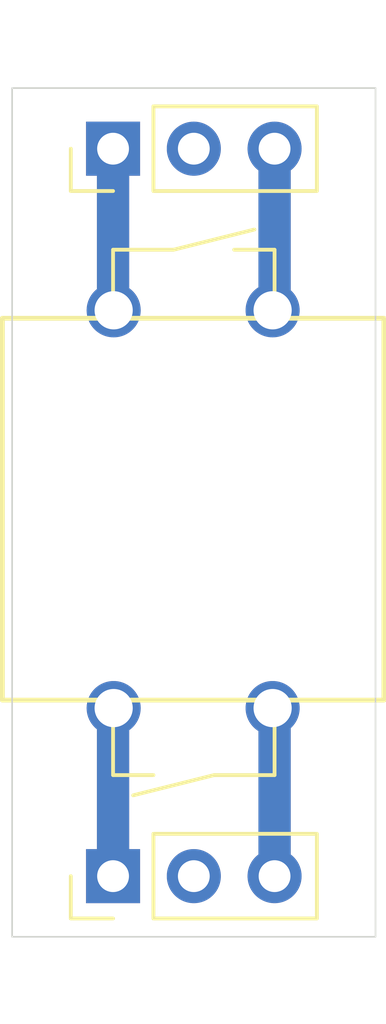
<source format=kicad_pcb>
(kicad_pcb (version 20171130) (host pcbnew "(5.1.0)")

  (general
    (thickness 1.6)
    (drawings 14)
    (tracks 14)
    (zones 0)
    (modules 3)
    (nets 5)
  )

  (page A4)
  (layers
    (0 F.Cu signal)
    (31 B.Cu signal)
    (32 B.Adhes user)
    (33 F.Adhes user)
    (34 B.Paste user)
    (35 F.Paste user)
    (36 B.SilkS user)
    (37 F.SilkS user)
    (38 B.Mask user)
    (39 F.Mask user)
    (40 Dwgs.User user)
    (41 Cmts.User user)
    (42 Eco1.User user)
    (43 Eco2.User user)
    (44 Edge.Cuts user)
    (45 Margin user)
    (46 B.CrtYd user)
    (47 F.CrtYd user)
    (48 B.Fab user)
    (49 F.Fab user)
  )

  (setup
    (last_trace_width 1.016)
    (trace_clearance 0.508)
    (zone_clearance 0.508)
    (zone_45_only no)
    (trace_min 0.2)
    (via_size 1.524)
    (via_drill 0.762)
    (via_min_size 0.4)
    (via_min_drill 0.3)
    (uvia_size 0.762)
    (uvia_drill 0.508)
    (uvias_allowed no)
    (uvia_min_size 0.2)
    (uvia_min_drill 0.1)
    (edge_width 0.05)
    (segment_width 0.2)
    (pcb_text_width 0.3)
    (pcb_text_size 1.5 1.5)
    (mod_edge_width 0.12)
    (mod_text_size 1 1)
    (mod_text_width 0.15)
    (pad_size 1.524 1.524)
    (pad_drill 0.762)
    (pad_to_mask_clearance 0.051)
    (solder_mask_min_width 0.25)
    (aux_axis_origin 0 0)
    (visible_elements FFFFFF7F)
    (pcbplotparams
      (layerselection 0x010fc_ffffffff)
      (usegerberextensions false)
      (usegerberattributes false)
      (usegerberadvancedattributes false)
      (creategerberjobfile false)
      (excludeedgelayer true)
      (linewidth 0.100000)
      (plotframeref false)
      (viasonmask false)
      (mode 1)
      (useauxorigin false)
      (hpglpennumber 1)
      (hpglpenspeed 20)
      (hpglpendiameter 15.000000)
      (psnegative false)
      (psa4output false)
      (plotreference true)
      (plotvalue true)
      (plotinvisibletext false)
      (padsonsilk false)
      (subtractmaskfromsilk false)
      (outputformat 1)
      (mirror false)
      (drillshape 0)
      (scaleselection 1)
      (outputdirectory "button"))
  )

  (net 0 "")
  (net 1 "Net-(J1-Pad3)")
  (net 2 "Net-(J1-Pad1)")
  (net 3 "Net-(J2-Pad3)")
  (net 4 "Net-(J2-Pad1)")

  (net_class Default "This is the default net class."
    (clearance 0.508)
    (trace_width 1.016)
    (via_dia 1.524)
    (via_drill 0.762)
    (uvia_dia 0.762)
    (uvia_drill 0.508)
    (diff_pair_width 1.016)
    (diff_pair_gap 1.016)
    (add_net "Net-(J1-Pad1)")
    (add_net "Net-(J1-Pad3)")
    (add_net "Net-(J2-Pad1)")
    (add_net "Net-(J2-Pad3)")
  )

  (module button:B3F-through-hole (layer F.Cu) (tedit 5C93A5E6) (tstamp 5CC4C80F)
    (at 137.1388 54.5084 90)
    (path /5CC46F99)
    (fp_text reference SW1 (at 8 4 180) (layer F.SilkS) hide
      (effects (font (size 1 1) (thickness 0.15)))
    )
    (fp_text value SW_Push (at -8 0 180) (layer F.Fab)
      (effects (font (size 1 1) (thickness 0.15)))
    )
    (fp_line (start -6 -6) (end 6 -6) (layer F.SilkS) (width 0.15))
    (fp_line (start 6 -6) (end 6 6) (layer F.SilkS) (width 0.15))
    (fp_line (start 6 6) (end -6 6) (layer F.SilkS) (width 0.15))
    (fp_line (start -6 6) (end -6 -6) (layer F.SilkS) (width 0.15))
    (pad 1 thru_hole circle (at 6.25 2.5 90) (size 1.7 1.7) (drill 1.2) (layers *.Cu *.Mask)
      (net 1 "Net-(J1-Pad3)"))
    (pad 2 thru_hole circle (at -6.25 2.5 90) (size 1.7 1.7) (drill 1.2) (layers *.Cu *.Mask)
      (net 3 "Net-(J2-Pad3)"))
    (pad 3 thru_hole circle (at 6.25 -2.5 90) (size 1.7 1.7) (drill 1.2) (layers *.Cu *.Mask)
      (net 2 "Net-(J1-Pad1)"))
    (pad 4 thru_hole circle (at -6.25 -2.5 90) (size 1.7 1.7) (drill 1.2) (layers *.Cu *.Mask)
      (net 4 "Net-(J2-Pad1)"))
    (pad "" np_thru_hole circle (at 0 -4.5 90) (size 1.8 1.8) (drill 1.8) (layers *.Cu *.Mask))
    (pad "" np_thru_hole circle (at 0 4.5 90) (size 1.8 1.8) (drill 1.8) (layers *.Cu *.Mask))
    (model ${KIPRJMOD}/button.wrl
      (at (xyz 0 0 0))
      (scale (xyz 1 1 1))
      (rotate (xyz 0 0 0))
    )
  )

  (module Connector_PinHeader_2.54mm:PinHeader_1x03_P2.54mm_Vertical (layer F.Cu) (tedit 59FED5CC) (tstamp 5CC4C2F2)
    (at 134.62 66.04 90)
    (descr "Through hole straight pin header, 1x03, 2.54mm pitch, single row")
    (tags "Through hole pin header THT 1x03 2.54mm single row")
    (path /5CC48783)
    (fp_text reference J2 (at 0 -2.33 90) (layer F.SilkS) hide
      (effects (font (size 1 1) (thickness 0.15)))
    )
    (fp_text value Conn_01x03 (at 0 7.41 90) (layer F.Fab)
      (effects (font (size 1 1) (thickness 0.15)))
    )
    (fp_text user %R (at 0 2.54 180) (layer F.Fab)
      (effects (font (size 1 1) (thickness 0.15)))
    )
    (fp_line (start 1.8 -1.8) (end -1.8 -1.8) (layer F.CrtYd) (width 0.05))
    (fp_line (start 1.8 6.85) (end 1.8 -1.8) (layer F.CrtYd) (width 0.05))
    (fp_line (start -1.8 6.85) (end 1.8 6.85) (layer F.CrtYd) (width 0.05))
    (fp_line (start -1.8 -1.8) (end -1.8 6.85) (layer F.CrtYd) (width 0.05))
    (fp_line (start -1.33 -1.33) (end 0 -1.33) (layer F.SilkS) (width 0.12))
    (fp_line (start -1.33 0) (end -1.33 -1.33) (layer F.SilkS) (width 0.12))
    (fp_line (start -1.33 1.27) (end 1.33 1.27) (layer F.SilkS) (width 0.12))
    (fp_line (start 1.33 1.27) (end 1.33 6.41) (layer F.SilkS) (width 0.12))
    (fp_line (start -1.33 1.27) (end -1.33 6.41) (layer F.SilkS) (width 0.12))
    (fp_line (start -1.33 6.41) (end 1.33 6.41) (layer F.SilkS) (width 0.12))
    (fp_line (start -1.27 -0.635) (end -0.635 -1.27) (layer F.Fab) (width 0.1))
    (fp_line (start -1.27 6.35) (end -1.27 -0.635) (layer F.Fab) (width 0.1))
    (fp_line (start 1.27 6.35) (end -1.27 6.35) (layer F.Fab) (width 0.1))
    (fp_line (start 1.27 -1.27) (end 1.27 6.35) (layer F.Fab) (width 0.1))
    (fp_line (start -0.635 -1.27) (end 1.27 -1.27) (layer F.Fab) (width 0.1))
    (pad 3 thru_hole oval (at 0 5.08 90) (size 1.7 1.7) (drill 1) (layers *.Cu *.Mask)
      (net 3 "Net-(J2-Pad3)"))
    (pad 2 thru_hole oval (at 0 2.54 90) (size 1.7 1.7) (drill 1) (layers *.Cu *.Mask))
    (pad 1 thru_hole rect (at 0 0 90) (size 1.7 1.7) (drill 1) (layers *.Cu *.Mask)
      (net 4 "Net-(J2-Pad1)"))
    (model ${KISYS3DMOD}/Connector_PinHeader_2.54mm.3dshapes/PinHeader_1x03_P2.54mm_Vertical.wrl
      (at (xyz 0 0 0))
      (scale (xyz 1 1 1))
      (rotate (xyz 0 0 0))
    )
  )

  (module Connector_PinHeader_2.54mm:PinHeader_1x03_P2.54mm_Vertical (layer F.Cu) (tedit 59FED5CC) (tstamp 5CC4C539)
    (at 134.62 43.18 90)
    (descr "Through hole straight pin header, 1x03, 2.54mm pitch, single row")
    (tags "Through hole pin header THT 1x03 2.54mm single row")
    (path /5CC4759F)
    (fp_text reference J1 (at 0 -2.33 90) (layer F.SilkS) hide
      (effects (font (size 1 1) (thickness 0.15)))
    )
    (fp_text value Conn_01x03 (at 0 7.41 90) (layer F.Fab)
      (effects (font (size 1 1) (thickness 0.15)))
    )
    (fp_text user %R (at 0 2.54 180) (layer F.Fab)
      (effects (font (size 1 1) (thickness 0.15)))
    )
    (fp_line (start 1.8 -1.8) (end -1.8 -1.8) (layer F.CrtYd) (width 0.05))
    (fp_line (start 1.8 6.85) (end 1.8 -1.8) (layer F.CrtYd) (width 0.05))
    (fp_line (start -1.8 6.85) (end 1.8 6.85) (layer F.CrtYd) (width 0.05))
    (fp_line (start -1.8 -1.8) (end -1.8 6.85) (layer F.CrtYd) (width 0.05))
    (fp_line (start -1.33 -1.33) (end 0 -1.33) (layer F.SilkS) (width 0.12))
    (fp_line (start -1.33 0) (end -1.33 -1.33) (layer F.SilkS) (width 0.12))
    (fp_line (start -1.33 1.27) (end 1.33 1.27) (layer F.SilkS) (width 0.12))
    (fp_line (start 1.33 1.27) (end 1.33 6.41) (layer F.SilkS) (width 0.12))
    (fp_line (start -1.33 1.27) (end -1.33 6.41) (layer F.SilkS) (width 0.12))
    (fp_line (start -1.33 6.41) (end 1.33 6.41) (layer F.SilkS) (width 0.12))
    (fp_line (start -1.27 -0.635) (end -0.635 -1.27) (layer F.Fab) (width 0.1))
    (fp_line (start -1.27 6.35) (end -1.27 -0.635) (layer F.Fab) (width 0.1))
    (fp_line (start 1.27 6.35) (end -1.27 6.35) (layer F.Fab) (width 0.1))
    (fp_line (start 1.27 -1.27) (end 1.27 6.35) (layer F.Fab) (width 0.1))
    (fp_line (start -0.635 -1.27) (end 1.27 -1.27) (layer F.Fab) (width 0.1))
    (pad 3 thru_hole oval (at 0 5.08 90) (size 1.7 1.7) (drill 1) (layers *.Cu *.Mask)
      (net 1 "Net-(J1-Pad3)"))
    (pad 2 thru_hole oval (at 0 2.54 90) (size 1.7 1.7) (drill 1) (layers *.Cu *.Mask))
    (pad 1 thru_hole rect (at 0 0 90) (size 1.7 1.7) (drill 1) (layers *.Cu *.Mask)
      (net 2 "Net-(J1-Pad1)"))
    (model ${KISYS3DMOD}/Connector_PinHeader_2.54mm.3dshapes/PinHeader_1x03_P2.54mm_Vertical.wrl
      (at (xyz 0 0 0))
      (scale (xyz 1 1 1))
      (rotate (xyz 0 0 0))
    )
  )

  (gr_line (start 139.7 62.865) (end 139.7 60.96) (layer F.SilkS) (width 0.12))
  (gr_line (start 134.62 62.865) (end 134.62 60.96) (layer F.SilkS) (width 0.12))
  (gr_line (start 139.7 46.355) (end 139.7 48.26) (layer F.SilkS) (width 0.12))
  (gr_line (start 134.62 46.355) (end 134.62 48.26) (layer F.SilkS) (width 0.12))
  (gr_line (start 131.445 67.945) (end 131.445 41.275) (layer Edge.Cuts) (width 0.05) (tstamp 5CC4C78D))
  (gr_line (start 142.875 67.945) (end 131.445 67.945) (layer Edge.Cuts) (width 0.05))
  (gr_line (start 142.875 41.275) (end 142.875 67.945) (layer Edge.Cuts) (width 0.05))
  (gr_line (start 131.445 41.275) (end 142.875 41.275) (layer Edge.Cuts) (width 0.05))
  (gr_line (start 139.7 62.865) (end 137.795 62.865) (layer F.SilkS) (width 0.12) (tstamp 5CC4C783))
  (gr_line (start 135.89 62.865) (end 134.62 62.865) (layer F.SilkS) (width 0.12) (tstamp 5CC4C782))
  (gr_line (start 137.795 62.865) (end 135.255 63.5) (layer F.SilkS) (width 0.12) (tstamp 5CC4C781))
  (gr_line (start 138.43 46.355) (end 139.7 46.355) (layer F.SilkS) (width 0.12))
  (gr_line (start 136.525 46.355) (end 139.065 45.72) (layer F.SilkS) (width 0.12))
  (gr_line (start 134.62 46.355) (end 136.525 46.355) (layer F.SilkS) (width 0.12))

  (segment (start 139.7 48.18) (end 139.62 48.26) (width 1.016) (layer F.Cu) (net 1))
  (segment (start 139.7 43.18) (end 139.7 48.18) (width 1.016) (layer F.Cu) (net 1))
  (segment (start 139.7 48.1972) (end 139.6388 48.2584) (width 1.016) (layer B.Cu) (net 1))
  (segment (start 139.7 43.18) (end 139.7 48.1972) (width 1.016) (layer B.Cu) (net 1))
  (segment (start 134.62 43.18) (end 134.62 48.26) (width 1.016) (layer F.Cu) (net 2))
  (segment (start 134.62 48.2396) (end 134.6388 48.2584) (width 1.016) (layer B.Cu) (net 2))
  (segment (start 134.62 43.18) (end 134.62 48.2396) (width 1.016) (layer B.Cu) (net 2))
  (segment (start 139.7 60.84) (end 139.62 60.76) (width 1.016) (layer F.Cu) (net 3))
  (segment (start 139.7 66.04) (end 139.7 60.84) (width 1.016) (layer F.Cu) (net 3))
  (segment (start 139.7 60.8196) (end 139.6388 60.7584) (width 1.016) (layer B.Cu) (net 3))
  (segment (start 139.7 66.04) (end 139.7 60.8196) (width 1.016) (layer B.Cu) (net 3))
  (segment (start 134.62 60.76) (end 134.62 66.04) (width 1.016) (layer F.Cu) (net 4))
  (segment (start 134.62 60.7772) (end 134.6388 60.7584) (width 1.016) (layer B.Cu) (net 4))
  (segment (start 134.62 66.04) (end 134.62 60.7772) (width 1.016) (layer B.Cu) (net 4))

)

</source>
